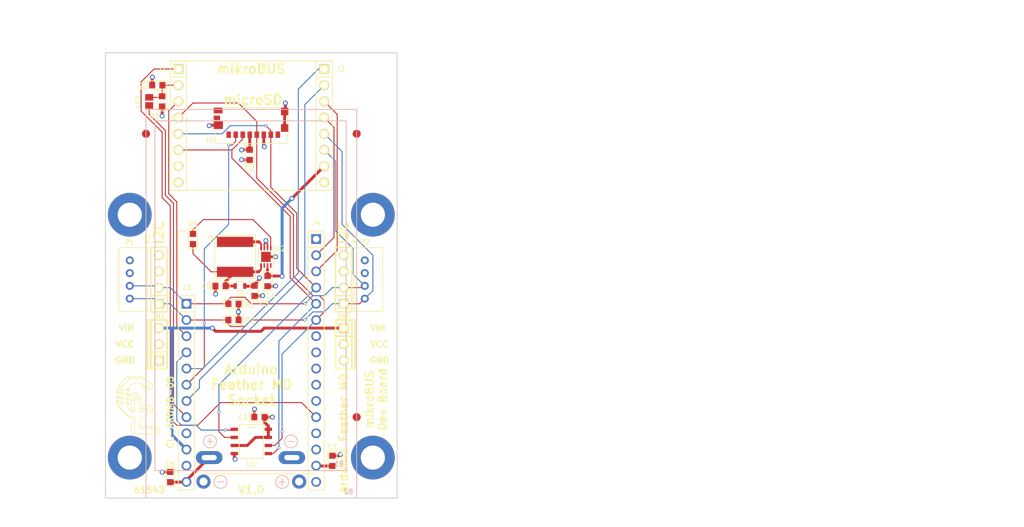
<source format=kicad_pcb>
(kicad_pcb (version 20171130) (host pcbnew "(5.1.5)-3")
  (title_block (title "Arduino Feather M0 mikroBUS Develepment Board") (date 2020-02-01) (rev 1.0) (company "Casco Logix, LLC"))
  (layers (0 F.Cu signal) (1 Power.Cu power) (2 Ground.Cu power) (31 B.Cu signal) (34 B.Paste user) (35 F.Paste user) (36 B.SilkS user) (37 F.SilkS user) (38 B.Mask user) (39 F.Mask user) (44 Edge.Cuts user))
  (net 0 "")
  (net 1 GND)
  (net 2 MOSI)
  (net 3 SCK)
  (net 4 MISO)
  (net 5 D5)
  (net 6 A0)
  (net 7 SDA)
  (net 8 5.0V)
  (net 9 SCL)
  (net 10 RXD)
  (net 11 TXD)
  (net 12 D10)
  (net 13 VIN)
  (net 14 VBAT)
  (net 15 +3V3)
  (net 16 "Net-(J1-Pad2)")
  (net 17 D9)
  (net 18 D6)
  (net 19 D12)
  (net 20 D13)
  (net 21 D11)
  (net 22 "Net-(J3-Pad11)")
  (net 23 RESET)
  (net 24 AREF)
  (net 25 "Net-(J5-Pad1)")
  (net 26 "Net-(J5-Pad8)")
  (net 27 "Net-(J5-Pad12)")
  (net 28 "Net-(J5-Pad13)")
  (net 29 "Net-(M1-Pad~)")
  (net 30 "Net-(M2-Pad~)")
  (net 31 "Net-(M3-Pad~)")
  (net 32 "Net-(R5-Pad1)")
  (net 33 "Net-(U2-Pad6)")
  (net 34 "Net-(U2-Pad8)")
  (net 35 A4)
  (net 36 A3)
  (net 37 A5)
  (net 38 A2)
  (net 39 A1)
  (net 40 /DIO_VIN)
  (net 41 /DIO_SW)
  (module Battery:BC9VPC (layer B.Cu) (at 79.883 95.25 90)
    (fp_text reference B1 (at -1.016 13.843 180) (layer B.SilkS) (effects (font (size 0.762 0.762) (thickness 0.127)) (justify mirror)))
    (fp_text value 9V)
    (pad 1 thru_hole oval (at 0 -6.477 90) (size 2.032 4.1656) (drill oval 0.8255 2.38125) (layers *.Cu *.Mask) (net 14 VBAT))
    (pad 2 thru_hole oval (at 0 6.477 90) (size 2.032 4.1656) (drill oval 0.8255 2.38125) (layers *.Cu *.Mask) (net 1 GND))
  )
  (module Battery:Keystone_2462_2AA (layer B.Cu) (at 80.01 71.12 270)
    (fp_text reference B2 (at 29.464 -15.24) (layer B.SilkS) (effects (font (size 0.762 0.762) (thickness 0.127)) (justify mirror)))
    (fp_text value 2xAA)
    (pad 1 thru_hole circle (at 27.8892 -7.493 270) (size 2.2225 2.2225) (drill 1.27) (layers *.Cu *.Mask) (net 15 +3V3))
    (pad 2 thru_hole circle (at 27.8892 7.493 270) (size 2.2225 2.2225) (drill 1.27) (layers *.Cu *.Mask) (net 1 GND))
  )
  (module Passive:0603 (layer F.Cu) (at 67.31 98.298 90)
    (fp_text reference C6 (at 2.07 0 180) (layer F.SilkS) (effects (font (size 0.762 0.762) (thickness 0.127))))
    (fp_text value 10uF)
    (pad 2 smd rect (at 0.8 0 90) (size 0.95 1) (layers F.Cu F.Paste F.Mask) (net 1 GND))
    (pad 1 smd rect (at -0.8 0 90) (size 0.95 1) (layers F.Cu F.Paste F.Mask) (net 14 VBAT))
  )
  (module Header:HEADER_F_2.54MM_1R16P_ST_AU_PTH (layer F.Cu) (at 90.17 80.01 270)
    (fp_text reference J4 (at -21.59 0) (layer F.SilkS) (effects (font (size 0.762 0.762) (thickness 0.127))))
    (fp_text value Val**)
    (pad 15 thru_hole circle (at 16.51 0 270) (size 1.524 1.524) (drill 1.016) (layers *.Cu *.Mask) (net 15 +3V3))
    (pad 16 thru_hole circle (at 19.05 0 270) (size 1.524 1.524) (drill 1.016) (layers *.Cu *.Mask) (net 23 RESET))
    (pad 1 thru_hole rect (at -19.05 0 270) (size 1.524 1.524) (drill 1.016) (layers *.Cu *.Mask) (net 1 GND))
    (pad 2 thru_hole circle (at -16.51 0 270) (size 1.524 1.524) (drill 1.016) (layers *.Cu *.Mask) (net 11 TXD))
    (pad 3 thru_hole circle (at -13.97 0 270) (size 1.524 1.524) (drill 1.016) (layers *.Cu *.Mask) (net 10 RXD))
    (pad 5 thru_hole circle (at -8.89 0 270) (size 1.524 1.524) (drill 1.016) (layers *.Cu *.Mask) (net 2 MOSI))
    (pad 4 thru_hole circle (at -11.43 0 270) (size 1.524 1.524) (drill 1.016) (layers *.Cu *.Mask) (net 4 MISO))
    (pad 8 thru_hole circle (at -1.27 0 270) (size 1.524 1.524) (drill 1.016) (layers *.Cu *.Mask) (net 35 A4))
    (pad 9 thru_hole circle (at 1.27 0 270) (size 1.524 1.524) (drill 1.016) (layers *.Cu *.Mask) (net 36 A3))
    (pad 7 thru_hole circle (at -3.81 0 270) (size 1.524 1.524) (drill 1.016) (layers *.Cu *.Mask) (net 37 A5))
    (pad 6 thru_hole circle (at -6.35 0 270) (size 1.524 1.524) (drill 1.016) (layers *.Cu *.Mask) (net 3 SCK))
    (pad 10 thru_hole circle (at 3.81 0 270) (size 1.524 1.524) (drill 1.016) (layers *.Cu *.Mask) (net 38 A2))
    (pad 12 thru_hole circle (at 8.89 0 270) (size 1.524 1.524) (drill 1.016) (layers *.Cu *.Mask) (net 6 A0))
    (pad 11 thru_hole circle (at 6.35 0 270) (size 1.524 1.524) (drill 1.016) (layers *.Cu *.Mask) (net 39 A1))
    (pad 13 thru_hole circle (at 11.43 0 270) (size 1.524 1.524) (drill 1.016) (layers *.Cu *.Mask) (net 1 GND))
    (pad 14 thru_hole circle (at 13.97 0 270) (size 1.524 1.524) (drill 1.016) (layers *.Cu *.Mask) (net 24 AREF))
  )
  (module Passive:0603 (layer F.Cu) (at 75.184 68.326 180)
    (fp_text reference C5 (at 2.286 0) (layer F.SilkS) (effects (font (size 0.762 0.762) (thickness 0.127))))
    (fp_text value 10uF)
    (pad 2 smd rect (at 0.8 0 180) (size 0.95 1) (layers F.Cu F.Paste F.Mask) (net 1 GND))
    (pad 1 smd rect (at -0.8 0 180) (size 0.95 1) (layers F.Cu F.Paste F.Mask) (net 40 /DIO_VIN))
  )
  (module Header:HEADER_F_2.54MM_1R12P_ST_AU_PTH (layer F.Cu) (at 69.85 85.09 270)
    (fp_text reference J3 (at -16.51 0) (layer F.SilkS) (effects (font (size 0.762 0.762) (thickness 0.127))))
    (fp_text value HEADER_F_2.54MM_1R12P_ST_AU_PTH)
    (pad 1 thru_hole rect (at -13.97 0 270) (size 1.524 1.524) (drill 1.016) (layers *.Cu *.Mask) (net 7 SDA))
    (pad 2 thru_hole circle (at -11.43 0 270) (size 1.524 1.524) (drill 1.016) (layers *.Cu *.Mask) (net 9 SCL))
    (pad 3 thru_hole circle (at -8.89 0 270) (size 1.524 1.524) (drill 1.016) (layers *.Cu *.Mask) (net 5 D5))
    (pad 5 thru_hole circle (at -3.81 0 270) (size 1.524 1.524) (drill 1.016) (layers *.Cu *.Mask) (net 17 D9))
    (pad 4 thru_hole circle (at -6.35 0 270) (size 1.524 1.524) (drill 1.016) (layers *.Cu *.Mask) (net 18 D6))
    (pad 8 thru_hole circle (at 3.81 0 270) (size 1.524 1.524) (drill 1.016) (layers *.Cu *.Mask) (net 19 D12))
    (pad 9 thru_hole circle (at 6.35 0 270) (size 1.524 1.524) (drill 1.016) (layers *.Cu *.Mask) (net 20 D13))
    (pad 7 thru_hole circle (at 1.27 0 270) (size 1.524 1.524) (drill 1.016) (layers *.Cu *.Mask) (net 21 D11))
    (pad 6 thru_hole circle (at -1.27 0 270) (size 1.524 1.524) (drill 1.016) (layers *.Cu *.Mask) (net 12 D10))
    (pad 10 thru_hole circle (at 8.89 0 270) (size 1.524 1.524) (drill 1.016) (layers *.Cu *.Mask) (net 13 VIN))
    (pad 12 thru_hole circle (at 13.97 0 270) (size 1.524 1.524) (drill 1.016) (layers *.Cu *.Mask) (net 14 VBAT))
    (pad 11 thru_hole circle (at 11.43 0 270) (size 1.524 1.524) (drill 1.016) (layers *.Cu *.Mask) (net 22 "Net-(J3-Pad11)"))
  )
  (module Active:SO-8 (layer F.Cu) (at 80.01 92.71)
    (fp_text reference U1 (at 0 3.556) (layer F.SilkS) (effects (font (size 0.762 0.762) (thickness 0.127))))
    (fp_text value FL127 hide)
    (pad 8 smd rect (at 2.667 -1.905 270) (size 0.508 1.143) (layers F.Cu F.Paste F.Mask) (net 15 +3V3))
    (pad 1 smd rect (at -2.667 -1.905 270) (size 0.508 1.143) (layers F.Cu F.Paste F.Mask) (net 18 D6))
    (pad 7 smd rect (at 2.667 -0.635 270) (size 0.508 1.143) (layers F.Cu F.Paste F.Mask) (net 15 +3V3))
    (pad 6 smd rect (at 2.667 0.635 270) (size 0.508 1.143) (layers F.Cu F.Paste F.Mask) (net 3 SCK))
    (pad 5 smd rect (at 2.667 1.905 270) (size 0.508 1.143) (layers F.Cu F.Paste F.Mask) (net 2 MOSI))
    (pad 2 smd rect (at -2.667 -0.635 270) (size 0.508 1.143) (layers F.Cu F.Paste F.Mask) (net 4 MISO))
    (pad 3 smd rect (at -2.667 0.635 270) (size 0.508 1.143) (layers F.Cu F.Paste F.Mask) (net 15 +3V3))
    (pad 4 smd rect (at -2.667 1.905 270) (size 0.508 1.143) (layers F.Cu F.Paste F.Mask) (net 1 GND))
  )
  (module Terminal_Block:TB_100MIL_1R3P_PTH (layer F.Cu) (at 94.488 77.47 270)
    (fp_text reference TB2 (at -4.318 0 180) (layer F.SilkS) (effects (font (size 0.762 0.762) (thickness 0.127))))
    (fp_text value OSTVN_1x3 hide)
    (pad 1 thru_hole rect (at -2.54 0 270) (size 1.524 1.524) (drill 1.016) (layers *.Cu *.Mask F.SilkS) (net 13 VIN))
    (pad 2 thru_hole circle (at 0 0 270) (size 1.524 1.524) (drill 1.016) (layers *.Cu *.Mask F.SilkS) (net 15 +3V3))
    (pad 3 thru_hole circle (at 2.54 0 270) (size 1.524 1.524) (drill 1.016) (layers *.Cu *.Mask F.SilkS) (net 1 GND))
  )
  (module Header:HEADER_M_2.54MM_1R4P_ST_AU_PTH (layer F.Cu) (at 94.488 67.31 90)
    (fp_text reference P4 (at 6.35 1.778 90) (layer F.SilkS) (effects (font (size 0.762 0.762) (thickness 0.127))))
    (fp_text value HEADER_M_2.54MM_1R4P_ST_AU_PTH hide)
    (pad 4 thru_hole circle (at 3.81 0 90) (size 1.524 1.524) (drill 1.016) (layers *.Cu *.Mask F.SilkS) (net 1 GND))
    (pad 3 thru_hole circle (at 1.27 0 90) (size 1.524 1.524) (drill 1.016) (layers *.Cu *.Mask F.SilkS) (net 15 +3V3))
    (pad 2 thru_hole circle (at -1.27 0 90) (size 1.524 1.524) (drill 1.016) (layers *.Cu *.Mask F.SilkS) (net 7 SDA))
    (pad 1 thru_hole rect (at -3.81 0 90) (size 1.524 1.524) (drill 1.016) (layers *.Cu *.Mask F.SilkS) (net 9 SCL))
  )
  (module Connector:PH_2.0_PTH (layer F.Cu) (at 97.79 67.31 90)
    (fp_text reference P2 (at 5.842 0 180) (layer F.SilkS) (effects (font (size 0.762 0.762) (thickness 0.127))))
    (fp_text value HEADER_M_2.54MM_1R4P_ST_AU_PTH hide)
    (pad 3 thru_hole circle (at 1 0 90) (size 1.25 1.25) (drill 0.7) (layers *.Cu *.Mask) (net 15 +3V3))
    (pad 2 thru_hole circle (at -1 0 90) (size 1.25 1.25) (drill 0.7) (layers *.Cu *.Mask) (net 7 SDA))
    (pad 1 thru_hole circle (at -3 0 90) (size 1.25 1.25) (drill 0.7) (layers *.Cu *.Mask) (net 9 SCL))
    (pad 4 thru_hole circle (at 3 0 90) (size 1.25 1.25) (drill 0.7) (layers *.Cu *.Mask) (net 1 GND))
  )
  (module Header:HEADER_F_2.54MM_1R8P_ST_AU_PTH (layer F.Cu) (at 91.44 43.18 270)
    (fp_text reference J2 (at -8.89 -2.54) (layer F.SilkS) (effects (font (size 0.762 0.762) (thickness 0.127))))
    (fp_text value HEADER_F_2.54MM_1R8P_ST_AU_PTH hide)
    (pad 6 thru_hole circle (at 3.81 0 270) (size 1.524 1.524) (drill 1.016) (layers *.Cu *.Mask F.SilkS) (net 7 SDA))
    (pad 7 thru_hole circle (at 6.35 0 270) (size 1.524 1.524) (drill 1.016) (layers *.Cu *.Mask F.SilkS) (net 8 5.0V))
    (pad 8 thru_hole circle (at 8.89 0 270) (size 1.524 1.524) (drill 1.016) (layers *.Cu *.Mask F.SilkS) (net 1 GND))
    (pad 4 thru_hole circle (at -1.27 0 270) (size 1.524 1.524) (drill 1.016) (layers *.Cu *.Mask F.SilkS) (net 11 TXD))
    (pad 5 thru_hole circle (at 1.27 0 270) (size 1.524 1.524) (drill 1.016) (layers *.Cu *.Mask F.SilkS) (net 9 SCL))
    (pad 3 thru_hole circle (at -3.81 0 270) (size 1.524 1.524) (drill 1.016) (layers *.Cu *.Mask F.SilkS) (net 10 RXD))
    (pad 2 thru_hole circle (at -6.35 0 270) (size 1.524 1.524) (drill 1.016) (layers *.Cu *.Mask F.SilkS) (net 21 D11))
    (pad 1 thru_hole rect (at -8.89 0 270) (size 1.524 1.524) (drill 1.016) (layers *.Cu *.Mask F.SilkS) (net 17 D9))
  )
  (module Header:HEADER_F_2.54MM_1R8P_ST_AU_PTH (layer F.Cu) (at 68.58 43.18 270)
    (fp_text reference J1 (at -8.89 2.54) (layer F.SilkS) (effects (font (size 0.762 0.762) (thickness 0.127))))
    (fp_text value HEADER_F_2.54MM_1R8P_ST_AU_PTH hide)
    (pad 6 thru_hole circle (at 3.81 0 270) (size 1.524 1.524) (drill 1.016) (layers *.Cu *.Mask F.SilkS) (net 2 MOSI))
    (pad 7 thru_hole circle (at 6.35 0 270) (size 1.524 1.524) (drill 1.016) (layers *.Cu *.Mask F.SilkS) (net 15 +3V3))
    (pad 8 thru_hole circle (at 8.89 0 270) (size 1.524 1.524) (drill 1.016) (layers *.Cu *.Mask F.SilkS) (net 1 GND))
    (pad 4 thru_hole circle (at -1.27 0 270) (size 1.524 1.524) (drill 1.016) (layers *.Cu *.Mask F.SilkS) (net 3 SCK))
    (pad 5 thru_hole circle (at 1.27 0 270) (size 1.524 1.524) (drill 1.016) (layers *.Cu *.Mask F.SilkS) (net 4 MISO))
    (pad 3 thru_hole circle (at -3.81 0 270) (size 1.524 1.524) (drill 1.016) (layers *.Cu *.Mask F.SilkS) (net 5 D5))
    (pad 2 thru_hole circle (at -6.35 0 270) (size 1.524 1.524) (drill 1.016) (layers *.Cu *.Mask F.SilkS) (net 16 "Net-(J1-Pad2)"))
    (pad 1 thru_hole rect (at -8.89 0 270) (size 1.524 1.524) (drill 1.016) (layers *.Cu *.Mask F.SilkS) (net 6 A0))
  )
  (module Terminal_Block:TB_100MIL_1R3P_PTH (layer F.Cu) (at 65.532 77.47 90)
    (fp_text reference TB1 (at 4.318 0) (layer F.SilkS) (effects (font (size 0.762 0.762) (thickness 0.127))))
    (fp_text value OSTVN_1x3 hide)
    (pad 1 thru_hole rect (at -2.54 0 90) (size 1.524 1.524) (drill 1.016) (layers *.Cu *.Mask F.SilkS) (net 1 GND))
    (pad 2 thru_hole circle (at 0 0 90) (size 1.524 1.524) (drill 1.016) (layers *.Cu *.Mask F.SilkS) (net 15 +3V3))
    (pad 3 thru_hole circle (at 2.54 0 90) (size 1.524 1.524) (drill 1.016) (layers *.Cu *.Mask F.SilkS) (net 13 VIN))
  )
  (module Connector:Molex_0475710001 (layer F.Cu) (at 80.01 43.18 180)
    (fp_text reference J5 (at 6.604 -2.286 180) (layer F.SilkS) (effects (font (size 0.762 0.762) (thickness 0.127))))
    (fp_text value Molex_0475710001 hide)
    (pad 1 smd rect (at 3.55 -1.415 180) (size 0.7 1) (layers F.Cu F.Paste F.Mask) (net 25 "Net-(J5-Pad1)"))
    (pad 2 smd rect (at 2.45 -1.415 180) (size 0.7 1) (layers F.Cu F.Paste F.Mask) (net 12 D10))
    (pad 3 smd rect (at 1.35 -1.415 180) (size 0.7 1) (layers F.Cu F.Paste F.Mask) (net 2 MOSI))
    (pad 4 smd rect (at 0.25 -1.415 180) (size 0.7 1) (layers F.Cu F.Paste F.Mask) (net 15 +3V3))
    (pad 5 smd rect (at -0.85 -1.415 180) (size 0.7 1) (layers F.Cu F.Paste F.Mask) (net 3 SCK))
    (pad 6 smd rect (at -1.95 -1.415 180) (size 0.7 1) (layers F.Cu F.Paste F.Mask) (net 1 GND))
    (pad 7 smd rect (at -3.05 -1.415 180) (size 0.7 1) (layers F.Cu F.Paste F.Mask) (net 4 MISO))
    (pad 8 smd rect (at -4.15 -1.415 180) (size 0.7 1) (layers F.Cu F.Paste F.Mask) (net 26 "Net-(J5-Pad8)"))
    (pad 9 smd rect (at -5.225 -0.365 180) (size 1.15 1.2) (layers F.Cu F.Paste F.Mask) (net 1 GND))
    (pad 10 smd rect (at -5.225 2.225 180) (size 1.15 1.2) (layers F.Cu F.Paste F.Mask) (net 1 GND))
    (pad 11 smd rect (at 5.175 0.075 180) (size 1.45 1.2) (layers F.Cu F.Paste F.Mask) (net 1 GND))
    (pad 12 smd rect (at 5.4 1.225 180) (size 1 0.7) (layers F.Cu F.Paste F.Mask) (net 27 "Net-(J5-Pad12)"))
    (pad 13 smd rect (at 5.2 2.375 180) (size 1.4 0.9) (layers F.Cu F.Paste F.Mask) (net 28 "Net-(J5-Pad13)"))
  )
  (module Header:HEADER_M_2.54MM_1R4P_ST_AU_PTH (layer F.Cu) (at 65.532 67.31 90)
    (fp_text reference P3 (at 6.35 -1.778 270) (layer F.SilkS) (effects (font (size 0.762 0.762) (thickness 0.127))))
    (fp_text value HEADER_M_2.54MM_1R4P_ST_AU_PTH hide)
    (pad 4 thru_hole circle (at 3.81 0 90) (size 1.524 1.524) (drill 1.016) (layers *.Cu *.Mask F.SilkS) (net 1 GND))
    (pad 3 thru_hole circle (at 1.27 0 90) (size 1.524 1.524) (drill 1.016) (layers *.Cu *.Mask F.SilkS) (net 15 +3V3))
    (pad 2 thru_hole circle (at -1.27 0 90) (size 1.524 1.524) (drill 1.016) (layers *.Cu *.Mask F.SilkS) (net 7 SDA))
    (pad 1 thru_hole rect (at -3.81 0 90) (size 1.524 1.524) (drill 1.016) (layers *.Cu *.Mask F.SilkS) (net 9 SCL))
  )
  (module Connector:PH_2.0_PTH (layer F.Cu) (at 60.96 67.31 90)
    (fp_text reference P1 (at 5.842 0 180) (layer F.SilkS) (effects (font (size 0.762 0.762) (thickness 0.127))))
    (fp_text value HEADER_M_2.54MM_1R4P_ST_AU_PTH hide)
    (pad 3 thru_hole circle (at 1 0 90) (size 1.25 1.25) (drill 0.7) (layers *.Cu *.Mask) (net 15 +3V3))
    (pad 2 thru_hole circle (at -1 0 90) (size 1.25 1.25) (drill 0.7) (layers *.Cu *.Mask) (net 7 SDA))
    (pad 1 thru_hole circle (at -3 0 90) (size 1.25 1.25) (drill 0.7) (layers *.Cu *.Mask) (net 9 SCL))
    (pad 4 thru_hole circle (at 3 0 90) (size 1.25 1.25) (drill 0.7) (layers *.Cu *.Mask) (net 1 GND))
  )
  (module Passive:0603 (layer F.Cu) (at 81.28 88.9 180)
    (fp_text reference C1 (at 2.54 0 180) (layer F.SilkS) (effects (font (size 0.762 0.762) (thickness 0.127))))
    (fp_text value 0.1uF)
    (pad 1 smd rect (at -0.8 0 180) (size 0.95 1) (layers F.Cu F.Paste F.Mask) (net 15 +3V3))
    (pad 2 smd rect (at 0.8 0 180) (size 0.95 1) (layers F.Cu F.Paste F.Mask) (net 1 GND))
  )
  (module Passive:0603 (layer F.Cu) (at 80.518 69.088 270)
    (fp_text reference C3 (at 2.032 -1.524) (layer F.SilkS) (effects (font (size 0.762 0.762) (thickness 0.127))))
    (fp_text value 0.1uF)
    (pad 1 smd rect (at -0.8 0 270) (size 0.95 1) (layers F.Cu F.Paste F.Mask) (net 15 +3V3))
    (pad 2 smd rect (at 0.8 0 270) (size 0.95 1) (layers F.Cu F.Paste F.Mask) (net 1 GND))
  )
  (module Passive:SOLDER_LINK_NO (layer F.Cu) (at 64.008 39.37 180)
    (fp_text reference LK1 (at 1.778 0 90) (layer F.SilkS) (effects (font (size 0.762 0.762) (thickness 0.127))))
    (fp_text value SOLDER_LINK_NO)
    (pad 1 smd rect (at 0 -0.635 180) (size 1.27 1.016) (layers F.Cu F.Mask) (net 19 D12))
    (pad 2 smd rect (at 0 0.635 180) (size 1.27 1.016) (layers F.Cu F.Mask) (net 16 "Net-(J1-Pad2)"))
  )
  (module Passive:R0603 (layer F.Cu) (at 77.216 71.12 180)
    (fp_text reference R1 (at -2.54 -0.254 180) (layer F.SilkS) (effects (font (size 0.762 0.762) (thickness 0.127))))
    (fp_text value 4.7k)
    (pad 1 smd rect (at -0.8 0 180) (size 0.95 1) (layers F.Cu F.Paste F.Mask) (net 15 +3V3))
    (pad 2 smd rect (at 0.8 0 180) (size 0.95 1) (layers F.Cu F.Paste F.Mask) (net 7 SDA))
  )
  (module Passive:R0603 (layer F.Cu) (at 77.216 73.66 180)
    (fp_text reference R2 (at -2.54 0 180) (layer F.SilkS) (effects (font (size 0.762 0.762) (thickness 0.127))))
    (fp_text value 4.7k)
    (pad 1 smd rect (at -0.8 0 180) (size 0.95 1) (layers F.Cu F.Paste F.Mask) (net 15 +3V3))
    (pad 2 smd rect (at 0.8 0 180) (size 0.95 1) (layers F.Cu F.Paste F.Mask) (net 9 SCL))
  )
  (module Logo:Casco_Logix_Logo_7x7MM (layer F.Cu) (at 62.23 87.122)
    (fp_text reference G1 hide)
    (fp_text value Casco_Logix_Logo hide)
  )
  (module FIDUCIAL:FIDUCIAL (layer F.Cu) (at 96.52 88.9)
    (fp_text reference M1 hide)
    (fp_text value FID hide)
    (pad ~ smd circle (at 0 0 270) (size 1.27 1.27) (layers F.Cu F.Mask) (net 29 "Net-(M1-Pad~)") (clearance 0.635))
  )
  (module FIDUCIAL:FIDUCIAL (layer F.Cu) (at 96.52 44.45)
    (fp_text reference M2 hide)
    (fp_text value FID hide)
    (pad ~ smd circle (at 0 0 270) (size 1.27 1.27) (layers F.Cu F.Mask) (net 30 "Net-(M2-Pad~)") (clearance 0.635))
  )
  (module FIDUCIAL:FIDUCIAL (layer F.Cu) (at 63.5 44.45)
    (fp_text reference M3 hide)
    (fp_text value FID hide)
    (pad ~ smd circle (at 0 0 270) (size 1.27 1.27) (layers F.Cu F.Mask) (net 31 "Net-(M3-Pad~)") (clearance 0.635))
  )
  (module Fastener:MH_#6 (layer F.Cu) (at 60.96 57.15)
    (fp_text reference MH1 hide)
    (fp_text value MTG_HOLE)
    (pad ~ thru_hole circle (at 0 0) (size 6.858 6.858) (drill 3.7846) (layers *.Cu *.Mask) (net 1 GND))
  )
  (module Fastener:MH_#6 (layer F.Cu) (at 99.06 57.15)
    (fp_text reference MH2 hide)
    (fp_text value MTG_HOLE)
    (pad ~ thru_hole circle (at 0 0) (size 6.858 6.858) (drill 3.7846) (layers *.Cu *.Mask) (net 1 GND))
  )
  (module Fastener:MH_#6 (layer F.Cu) (at 60.96 95.25)
    (fp_text reference MH3 hide)
    (fp_text value MTG_HOLE)
    (pad ~ thru_hole circle (at 0 0) (size 6.858 6.858) (drill 3.7846) (layers *.Cu *.Mask) (net 1 GND))
  )
  (module Fastener:MH_#6 (layer F.Cu) (at 99.06 95.25)
    (fp_text reference MH4 hide)
    (fp_text value MTG_HOLE)
    (pad ~ thru_hole circle (at 0 0) (size 6.858 6.858) (drill 3.7846) (layers *.Cu *.Mask) (net 1 GND))
  )
  (module Passive:0603 (layer F.Cu) (at 79.756 47.752 270)
    (fp_text reference C2 (at 2.159 0) (layer F.SilkS) (effects (font (size 0.762 0.762) (thickness 0.127))))
    (fp_text value 0.1uF)
    (pad 1 smd rect (at -0.8 0 270) (size 0.95 1) (layers F.Cu F.Paste F.Mask) (net 15 +3V3))
    (pad 2 smd rect (at 0.8 0 270) (size 0.95 1) (layers F.Cu F.Paste F.Mask) (net 1 GND))
  )
  (module Passive:0603 (layer F.Cu) (at 82.55 67.564 270)
    (fp_text reference C4 (at 2.286 -0.508) (layer F.SilkS) (effects (font (size 0.762 0.762) (thickness 0.127))))
    (fp_text value 10uF)
    (pad 1 smd rect (at -0.8 0 270) (size 0.95 1) (layers F.Cu F.Paste F.Mask) (net 8 5.0V))
    (pad 2 smd rect (at 0.8 0 270) (size 0.95 1) (layers F.Cu F.Paste F.Mask) (net 1 GND))
  )
  (module Passive:0603 (layer F.Cu) (at 92.71 95.758 90)
    (fp_text reference C7 (at 2.159 0 180) (layer F.SilkS) (effects (font (size 0.762 0.762) (thickness 0.127))))
    (fp_text value 0.1uF)
    (pad 1 smd rect (at -0.8 0 90) (size 0.95 1) (layers F.Cu F.Paste F.Mask) (net 15 +3V3))
    (pad 2 smd rect (at 0.8 0 90) (size 0.95 1) (layers F.Cu F.Paste F.Mask) (net 1 GND))
  )
  (module Passive:L_0603 (layer F.Cu) (at 78.232 68.326 180)
    (fp_text reference L1 (at 0 -1.27) (layer F.SilkS) (effects (font (size 0.762 0.762) (thickness 0.127))))
    (fp_text value F_Bead)
    (pad 1 smd rect (at -0.75 0 180) (size 0.5 0.9) (layers F.Cu F.Paste F.Mask) (net 15 +3V3))
    (pad 2 smd rect (at 0.75 0 180) (size 0.5 0.9) (layers F.Cu F.Paste F.Mask) (net 40 /DIO_VIN))
  )
  (module Passive:DG6050C (layer F.Cu) (at 77.47 63.754 90)
    (fp_text reference L2 (at 2.794 -3.81 270) (layer F.SilkS) (effects (font (size 0.762 0.762) (thickness 0.127))))
    (fp_text value 4.7uH)
    (pad 1 smd rect (at -2.35 0 90) (size 1.6 5.7) (layers F.Cu F.Paste F.Mask) (net 40 /DIO_VIN))
    (pad 2 smd rect (at 2.35 0 90) (size 1.6 5.7) (layers F.Cu F.Paste F.Mask) (net 41 /DIO_SW))
  )
  (module Passive:R0603 (layer F.Cu) (at 66.04 39.37 90)
    (fp_text reference R3 (at -2.286 -1.27 180) (layer F.SilkS) (effects (font (size 0.762 0.762) (thickness 0.127))))
    (fp_text value DNP)
    (pad 2 smd rect (at 0.8 0 90) (size 0.95 1) (layers F.Cu F.Paste F.Mask) (net 16 "Net-(J1-Pad2)"))
    (pad 1 smd rect (at -0.8 0 90) (size 0.95 1) (layers F.Cu F.Paste F.Mask) (net 15 +3V3))
  )
  (module Passive:R0603 (layer F.Cu) (at 65.278 36.83 180)
    (fp_text reference R4 (at 2.159 0 270) (layer F.SilkS) (effects (font (size 0.762 0.762) (thickness 0.127))))
    (fp_text value DNP)
    (pad 1 smd rect (at -0.8 0 180) (size 0.95 1) (layers F.Cu F.Paste F.Mask) (net 16 "Net-(J1-Pad2)"))
    (pad 2 smd rect (at 0.8 0 180) (size 0.95 1) (layers F.Cu F.Paste F.Mask) (net 1 GND))
  )
  (module Passive:R0603 (layer F.Cu) (at 70.866 60.96 270)
    (fp_text reference R5 (at -2.286 0) (layer F.SilkS) (effects (font (size 0.762 0.762) (thickness 0.127))))
    (fp_text value 4.7k)
    (pad 1 smd rect (at -0.8 0 270) (size 0.95 1) (layers F.Cu F.Paste F.Mask) (net 32 "Net-(R5-Pad1)"))
    (pad 2 smd rect (at 0.8 0 270) (size 0.95 1) (layers F.Cu F.Paste F.Mask) (net 40 /DIO_VIN))
  )
  (module Active:DFN2-3-8 (layer F.Cu) (at 82.296 63.754 180)
    (fp_text reference U2 (at -2.286 1.27 180) (layer F.SilkS) (effects (font (size 0.762 0.762) (thickness 0.127))))
    (fp_text value DIO6605B)
    (pad 1 smd rect (at -0.75 1.35 180) (size 0.25 0.7) (layers F.Cu F.Paste F.Mask) (net 32 "Net-(R5-Pad1)"))
    (pad 2 smd rect (at -0.25 1.35 180) (size 0.25 0.7) (layers F.Cu F.Paste F.Mask) (net 1 GND))
    (pad 3 smd rect (at 0.25 1.35 180) (size 0.25 0.7) (layers F.Cu F.Paste F.Mask) (net 1 GND))
    (pad 4 smd rect (at 0.75 1.35 180) (size 0.25 0.7) (layers F.Cu F.Paste F.Mask) (net 41 /DIO_SW))
    (pad 5 smd rect (at 0.75 -1.35 180) (size 0.25 0.7) (layers F.Cu F.Paste F.Mask) (net 40 /DIO_VIN))
    (pad 6 smd rect (at 0.25 -1.35 180) (size 0.25 0.7) (layers F.Cu F.Paste F.Mask) (net 33 "Net-(U2-Pad6)"))
    (pad 7 smd rect (at -0.25 -1.35 180) (size 0.25 0.7) (layers F.Cu F.Paste F.Mask) (net 8 5.0V))
    (pad 8 smd rect (at -0.75 -1.35 180) (size 0.25 0.7) (layers F.Cu F.Paste F.Mask) (net 34 "Net-(U2-Pad8)"))
    (pad 9 smd rect (at 0 0 180) (size 1.5 1.6) (layers F.Cu F.Paste F.Mask) (net 1 GND))
  )
  (gr_line (start 68.58 59.69) (end 69.85 59.69) (layer F.SilkS) (width 0.15))
  (gr_line (start 68.58 68.58) (end 68.58 59.69) (layer F.SilkS) (width 0.15))
  (gr_text CL-ARDMB-05 (at 67.31 88.138 90) (layer F.SilkS) (effects (font (size 1.016 1.016) (thickness 0.2032))))
  (gr_text "Arduino Feather M0\n\n           mikroBUS\n           Dev Board" (at 97.536 91.44 90) (layer F.SilkS) (effects (font (size 1.27 1.27) (thickness 0.254))))
  (gr_line (start 67.31 53.34) (end 92.71 53.34) (angle 90) (layer F.SilkS) (width 0.127))
  (gr_text 61543 (at 64.008 100.33) (layer F.SilkS) (effects (font (size 1.016 1.016) (thickness 0.2032))))
  (gr_text V1.0 (at 80.01 100.33) (layer F.SilkS) (effects (font (size 1.27 1.27) (thickness 0.254))))
  (gr_text microSD (at 80.264 39.116) (layer F.SilkS) (effects (font (size 1.5 1.5) (thickness 0.3))))
  (gr_text VIN (at 99.822 74.93) (layer F.SilkS) (effects (font (size 1.016 1.016) (thickness 0.2032))))
  (gr_text VCC (at 100.076 77.47) (layer F.SilkS) (effects (font (size 1.016 1.016) (thickness 0.2032))))
  (gr_text GND (at 100.076 80.01) (layer F.SilkS) (effects (font (size 1.016 1.016) (thickness 0.2032))))
  (gr_text GND (at 60.198 80.01) (layer F.SilkS) (effects (font (size 1.016 1.016) (thickness 0.2032))))
  (gr_text VCC (at 60.198 77.47) (layer F.SilkS) (effects (font (size 1.016 1.016) (thickness 0.2032))))
  (gr_text VIN (at 60.452 74.93) (layer F.SilkS) (effects (font (size 1.016 1.016) (thickness 0.2032))))
  (gr_line (start 72.39 97.79) (end 90.17 97.79) (angle 90) (layer F.SilkS) (width 0.127))
  (gr_line (start 67.31 33.02) (end 92.71 33.02) (angle 90) (layer F.SilkS) (width 0.127))
  (gr_line (start 57.15 101.6) (end 102.87 101.6) (angle 90) (layer Edge.Cuts) (width 0.15))
  (gr_text I2C (at 65.532 59.944 90) (layer F.SilkS) (effects (font (size 1.5 1.5) (thickness 0.3))))
  (gr_text I2C (at 94.488 59.944 90) (layer F.SilkS) (effects (font (size 1.5 1.5) (thickness 0.3))))
  (gr_line (start 102.87 31.75) (end 102.87 101.6) (angle 90) (layer Edge.Cuts) (width 0.15))
  (gr_line (start 57.15 31.75) (end 102.87 31.75) (angle 90) (layer Edge.Cuts) (width 0.15))
  (gr_line (start 57.15 31.75) (end 57.15 101.6) (angle 90) (layer Edge.Cuts) (width 0.15))
  (gr_text "Arduino\nFeather M0\nSocket" (at 80.01 83.82) (layer F.SilkS) (effects (font (size 1.5 1.5) (thickness 0.3))))
  (gr_text mikroBUS (at 80.01 34.29) (layer F.SilkS) (effects (font (size 1.5 1.5) (thickness 0.3))))
  (segment (start 80.48 88.9) (end 80.48 87.668) (width 0.4572) (layer F.Cu) (net 1))
  (via (at 80.518 87.63) (size 0.762) (drill 0.4572) (layers F.Cu B.Cu) (net 1))
  (segment (start 80.48 87.668) (end 80.518 87.63) (width 0.4572) (layer F.Cu) (net 1))
  (segment (start 74.835 43.105) (end 73.481 43.105) (width 0.4572) (layer F.Cu) (net 1))
  (via (at 73.406 43.18) (size 0.762) (drill 0.4572) (layers F.Cu B.Cu) (net 1))
  (segment (start 73.481 43.105) (end 73.406 43.18) (width 0.4572) (layer F.Cu) (net 1))
  (segment (start 77.343 94.615) (end 77.343 95.377) (width 0.4572) (layer F.Cu) (net 1))
  (via (at 77.47 95.504) (size 0.762) (drill 0.4572) (layers F.Cu B.Cu) (net 1))
  (segment (start 77.343 95.377) (end 77.47 95.504) (width 0.4572) (layer F.Cu) (net 1))
  (segment (start 85.235 40.955) (end 85.344 40.846) (width 0.4572) (layer F.Cu) (net 1))
  (segment (start 85.344 40.846) (end 85.344 39.624) (width 0.4572) (layer F.Cu) (net 1))
  (via (at 85.344 39.624) (size 0.762) (drill 0.4572) (layers F.Cu B.Cu) (net 1))
  (segment (start 85.235 43.545) (end 85.235 40.955) (width 0.4572) (layer F.Cu) (net 1))
  (via (at 81.788 69.85) (size 0.762) (drill 0.4572) (layers F.Cu B.Cu) (net 1))
  (segment (start 80.518 69.888) (end 81.75 69.888) (width 0.4572) (layer F.Cu) (net 1))
  (segment (start 81.75 69.888) (end 81.788 69.85) (width 0.4572) (layer F.Cu) (net 1))
  (via (at 74.422 69.596) (size 0.762) (drill 0.4572) (layers F.Cu B.Cu) (net 1))
  (segment (start 74.384 68.326) (end 74.384 69.558) (width 0.4572) (layer F.Cu) (net 1))
  (segment (start 74.384 69.558) (end 74.422 69.596) (width 0.4572) (layer F.Cu) (net 1))
  (via (at 83.82 63.754) (size 0.762) (drill 0.4572) (layers F.Cu B.Cu) (net 1))
  (segment (start 82.296 63.754) (end 83.82 63.754) (width 0.4572) (layer F.Cu) (net 1))
  (via (at 83.82 68.326) (size 0.762) (drill 0.4572) (layers F.Cu B.Cu) (net 1))
  (segment (start 82.55 68.364) (end 83.782 68.364) (width 0.4572) (layer F.Cu) (net 1))
  (segment (start 83.782 68.364) (end 83.82 68.326) (width 0.4572) (layer F.Cu) (net 1))
  (segment (start 82.546 61.718) (end 82.296 61.468) (width 0.254) (layer F.Cu) (net 1))
  (segment (start 82.546 62.404) (end 82.546 61.718) (width 0.254) (layer F.Cu) (net 1))
  (segment (start 82.296 61.468) (end 82.042 61.722) (width 0.254) (layer F.Cu) (net 1))
  (segment (start 82.046 62.404) (end 82.042 61.722) (width 0.254) (layer F.Cu) (net 1))
  (segment (start 82.296 61.468) (end 82.296 61.214) (width 0.4572) (layer F.Cu) (net 1))
  (via (at 82.296 61.214) (size 0.762) (drill 0.4572) (layers F.Cu B.Cu) (net 1))
  (segment (start 64.478 35.598) (end 64.516 35.56) (width 0.4572) (layer F.Cu) (net 1))
  (segment (start 64.478 36.83) (end 64.478 35.598) (width 0.4572) (layer F.Cu) (net 1))
  (via (at 64.516 35.56) (size 0.762) (drill 0.4572) (layers F.Cu B.Cu) (net 1))
  (via (at 78.486 48.514) (size 0.762) (drill 0.4572) (layers F.Cu B.Cu) (net 1))
  (segment (start 79.756 48.552) (end 78.524 48.552) (width 0.4572) (layer F.Cu) (net 1))
  (segment (start 78.524 48.552) (end 78.486 48.514) (width 0.4572) (layer F.Cu) (net 1))
  (via (at 82.042 46.482) (size 0.762) (drill 0.4572) (layers F.Cu B.Cu) (net 1))
  (segment (start 81.96 44.595) (end 81.96 46.4) (width 0.4572) (layer F.Cu) (net 1))
  (segment (start 81.96 46.4) (end 82.042 46.482) (width 0.4572) (layer F.Cu) (net 1))
  (via (at 93.98 94.742) (size 0.762) (drill 0.4572) (layers F.Cu B.Cu) (net 1))
  (segment (start 92.71 94.958) (end 93.764 94.958) (width 0.4572) (layer F.Cu) (net 1))
  (segment (start 93.764 94.958) (end 93.98 94.742) (width 0.4572) (layer F.Cu) (net 1))
  (via (at 66.04 97.536) (size 0.762) (drill 0.4572) (layers F.Cu B.Cu) (net 1))
  (segment (start 67.31 97.498) (end 66.078 97.498) (width 0.4572) (layer F.Cu) (net 1))
  (segment (start 66.078 97.498) (end 66.04 97.536) (width 0.4572) (layer F.Cu) (net 1))
  (segment (start 71.628 46.99) (end 76.962 46.99) (width 0.1524) (layer F.Cu) (net 2))
  (segment (start 68.58 46.99) (end 71.628 46.99) (width 0.1524) (layer F.Cu) (net 2))
  (segment (start 78.66 45.292) (end 78.66 44.595) (width 0.1524) (layer F.Cu) (net 2))
  (segment (start 76.962 46.99) (end 78.66 45.292) (width 0.1524) (layer F.Cu) (net 2))
  (via (at 84.328 93.726) (size 0.4572) (drill 0.3048) (layers F.Cu B.Cu) (net 2))
  (segment (start 83.439 94.615) (end 82.677 94.615) (width 0.1524) (layer F.Cu) (net 2))
  (segment (start 84.328 93.726) (end 83.439 94.615) (width 0.1524) (layer F.Cu) (net 2))
  (segment (start 84.328 87.122) (end 84.328 93.726) (width 0.1524) (layer B.Cu) (net 2))
  (segment (start 84.328 76.962) (end 84.328 87.122) (width 0.1524) (layer B.Cu) (net 2))
  (segment (start 90.17 71.12) (end 84.328 76.962) (width 0.1524) (layer B.Cu) (net 2))
  (segment (start 86.106 67.056) (end 88.392 69.342) (width 0.1524) (layer F.Cu) (net 2))
  (segment (start 88.392 69.342) (end 90.17 71.12) (width 0.1524) (layer F.Cu) (net 2))
  (segment (start 86.106 57.404) (end 86.106 67.056) (width 0.1524) (layer F.Cu) (net 2))
  (segment (start 76.962 46.99) (end 76.962 48.26) (width 0.1524) (layer F.Cu) (net 2))
  (segment (start 76.962 48.26) (end 86.106 57.404) (width 0.1524) (layer F.Cu) (net 2))
  (segment (start 80.86 44.595) (end 80.86 42.506) (width 0.1524) (layer F.Cu) (net 3))
  (segment (start 80.86 42.506) (end 77.978 39.624) (width 0.1524) (layer F.Cu) (net 3))
  (segment (start 70.866 39.624) (end 68.58 41.91) (width 0.1524) (layer F.Cu) (net 3))
  (segment (start 77.978 39.624) (end 70.866 39.624) (width 0.1524) (layer F.Cu) (net 3))
  (via (at 84.836 91.186) (size 0.4572) (drill 0.3048) (layers F.Cu B.Cu) (net 3))
  (segment (start 84.836 91.186) (end 84.836 92.202) (width 0.1524) (layer F.Cu) (net 3))
  (segment (start 83.693 93.345) (end 82.677 93.345) (width 0.1524) (layer F.Cu) (net 3))
  (segment (start 84.836 92.202) (end 83.693 93.345) (width 0.1524) (layer F.Cu) (net 3))
  (segment (start 90.17 73.66) (end 84.836 78.994) (width 0.1524) (layer B.Cu) (net 3))
  (segment (start 84.836 78.994) (end 84.836 91.186) (width 0.1524) (layer B.Cu) (net 3))
  (segment (start 91.44 70.612) (end 91.44 72.39) (width 0.1524) (layer F.Cu) (net 3))
  (segment (start 90.678 69.85) (end 91.44 70.612) (width 0.1524) (layer F.Cu) (net 3))
  (segment (start 80.86 51.396) (end 86.614 57.15) (width 0.1524) (layer F.Cu) (net 3))
  (segment (start 86.614 57.15) (end 86.614 66.802) (width 0.1524) (layer F.Cu) (net 3))
  (segment (start 80.86 44.595) (end 80.86 51.396) (width 0.1524) (layer F.Cu) (net 3))
  (segment (start 91.44 72.39) (end 90.17 73.66) (width 0.1524) (layer F.Cu) (net 3))
  (segment (start 86.614 66.802) (end 89.662 69.85) (width 0.1524) (layer F.Cu) (net 3))
  (segment (start 89.662 69.85) (end 90.678 69.85) (width 0.1524) (layer F.Cu) (net 3))
  (segment (start 77.089 92.075) (end 77.343 92.075) (width 0.1524) (layer F.Cu) (net 4))
  (segment (start 77.343 92.075) (end 77.089 92.075) (width 0.1524) (layer F.Cu) (net 4))
  (segment (start 68.58 44.45) (end 75.438 44.45) (width 0.1524) (layer B.Cu) (net 4))
  (segment (start 83.06 43.944) (end 83.06 44.595) (width 0.1524) (layer F.Cu) (net 4))
  (segment (start 82.296 43.18) (end 83.06 43.944) (width 0.1524) (layer F.Cu) (net 4))
  (via (at 82.296 43.18) (size 0.4572) (drill 0.3048) (layers F.Cu B.Cu) (net 4))
  (segment (start 76.708 43.18) (end 82.296 43.18) (width 0.1524) (layer B.Cu) (net 4))
  (segment (start 75.438 44.45) (end 76.708 43.18) (width 0.1524) (layer B.Cu) (net 4))
  (segment (start 75.819 92.075) (end 77.343 92.075) (width 0.1524) (layer F.Cu) (net 4))
  (segment (start 75.819 92.075) (end 74.93 91.186) (width 0.1524) (layer F.Cu) (net 4))
  (via (at 74.93 88.138) (size 0.4572) (drill 0.3048) (layers F.Cu B.Cu) (net 4))
  (segment (start 74.93 88.138) (end 74.93 91.186) (width 0.1524) (layer F.Cu) (net 4))
  (segment (start 87.122 65.532) (end 90.17 68.58) (width 0.1524) (layer F.Cu) (net 4))
  (segment (start 83.06 44.595) (end 83.06 52.834) (width 0.1524) (layer F.Cu) (net 4))
  (segment (start 87.122 56.896) (end 87.122 65.532) (width 0.1524) (layer F.Cu) (net 4))
  (segment (start 83.06 52.834) (end 87.122 56.896) (width 0.1524) (layer F.Cu) (net 4))
  (segment (start 90.17 68.58) (end 74.93 83.82) (width 0.1524) (layer B.Cu) (net 4))
  (segment (start 74.93 83.82) (end 74.93 88.138) (width 0.1524) (layer B.Cu) (net 4))
  (segment (start 68.326 55.118) (end 68.326 74.676) (width 0.1524) (layer F.Cu) (net 5))
  (segment (start 67.056 53.848) (end 68.326 55.118) (width 0.1524) (layer F.Cu) (net 5))
  (segment (start 68.326 74.676) (end 69.85 76.2) (width 0.1524) (layer F.Cu) (net 5))
  (segment (start 68.58 39.37) (end 67.056 40.894) (width 0.1524) (layer F.Cu) (net 5))
  (segment (start 67.056 40.894) (end 67.056 53.848) (width 0.1524) (layer F.Cu) (net 5))
  (segment (start 87.884 86.614) (end 90.17 88.9) (width 0.1524) (layer F.Cu) (net 6))
  (segment (start 62.738 36.322) (end 62.738 40.894) (width 0.1524) (layer F.Cu) (net 6))
  (segment (start 71.628 90.17) (end 75.184 86.614) (width 0.1524) (layer F.Cu) (net 6))
  (segment (start 66.04 44.196) (end 66.04 54.483) (width 0.1524) (layer F.Cu) (net 6))
  (segment (start 68.58 34.29) (end 64.77 34.29) (width 0.1524) (layer F.Cu) (net 6))
  (segment (start 64.77 34.29) (end 62.738 36.322) (width 0.1524) (layer F.Cu) (net 6))
  (segment (start 62.738 40.894) (end 66.04 44.196) (width 0.1524) (layer F.Cu) (net 6))
  (segment (start 67.31 55.753) (end 67.31 89.154) (width 0.1524) (layer F.Cu) (net 6))
  (segment (start 67.31 89.154) (end 68.326 90.17) (width 0.1524) (layer F.Cu) (net 6))
  (segment (start 68.326 90.17) (end 71.628 90.17) (width 0.1524) (layer F.Cu) (net 6))
  (segment (start 66.04 54.483) (end 67.31 55.753) (width 0.1524) (layer F.Cu) (net 6))
  (segment (start 75.184 86.614) (end 87.884 86.614) (width 0.1524) (layer F.Cu) (net 6))
  (segment (start 65.262 68.31) (end 65.532 68.58) (width 0.1524) (layer B.Cu) (net 7))
  (segment (start 60.96 68.31) (end 65.262 68.31) (width 0.1524) (layer B.Cu) (net 7))
  (segment (start 97.52 68.58) (end 97.79 68.31) (width 0.1524) (layer F.Cu) (net 7))
  (segment (start 94.488 68.58) (end 97.52 68.58) (width 0.1524) (layer F.Cu) (net 7))
  (segment (start 96.012 62.484) (end 96.012 66.532) (width 0.1524) (layer B.Cu) (net 7))
  (segment (start 91.44 46.99) (end 93.218 48.768) (width 0.1524) (layer B.Cu) (net 7))
  (segment (start 93.218 48.768) (end 93.218 59.69) (width 0.1524) (layer B.Cu) (net 7))
  (segment (start 93.218 59.69) (end 96.012 62.484) (width 0.1524) (layer B.Cu) (net 7))
  (segment (start 96.012 66.532) (end 97.79 68.31) (width 0.1524) (layer B.Cu) (net 7))
  (segment (start 67.31 68.58) (end 69.85 71.12) (width 0.1524) (layer B.Cu) (net 7))
  (segment (start 65.532 68.58) (end 67.31 68.58) (width 0.1524) (layer B.Cu) (net 7))
  (segment (start 69.85 71.12) (end 76.416 71.12) (width 0.1524) (layer F.Cu) (net 7))
  (segment (start 94.488 68.58) (end 92.71 68.58) (width 0.1524) (layer B.Cu) (net 7))
  (segment (start 92.71 68.58) (end 91.44 69.85) (width 0.1524) (layer B.Cu) (net 7))
  (segment (start 91.44 69.85) (end 89.662 69.85) (width 0.1524) (layer B.Cu) (net 7))
  (via (at 88.392 71.12) (size 0.4572) (drill 0.3048) (layers F.Cu B.Cu) (net 7))
  (segment (start 89.662 69.85) (end 88.392 71.12) (width 0.1524) (layer B.Cu) (net 7))
  (segment (start 76.416 70.4676) (end 76.416 71.12) (width 0.1524) (layer F.Cu) (net 7))
  (segment (start 78.994 70.104) (end 76.7796 70.104) (width 0.1524) (layer F.Cu) (net 7))
  (segment (start 76.7796 70.104) (end 76.416 70.4676) (width 0.1524) (layer F.Cu) (net 7))
  (segment (start 88.392 71.12) (end 80.01 71.12) (width 0.1524) (layer F.Cu) (net 7))
  (segment (start 80.01 71.12) (end 78.994 70.104) (width 0.1524) (layer F.Cu) (net 7))
  (segment (start 88.138 52.832) (end 91.44 49.53) (width 0.4572) (layer F.Cu) (net 8))
  (segment (start 82.546 65.104) (end 82.546 65.782) (width 0.254) (layer F.Cu) (net 8))
  (segment (start 82.55 65.786) (end 82.55 66.764) (width 0.4572) (layer F.Cu) (net 8))
  (segment (start 82.546 65.782) (end 82.55 65.786) (width 0.4572) (layer F.Cu) (net 8))
  (via (at 86.36 54.61) (size 0.762) (drill 0.4572) (layers F.Cu B.Cu) (net 8))
  (segment (start 88.138 52.832) (end 86.36 54.61) (width 0.4572) (layer F.Cu) (net 8))
  (via (at 84.836 66.802) (size 0.762) (drill 0.4572) (layers F.Cu B.Cu) (net 8))
  (segment (start 83.604 66.764) (end 82.55 66.764) (width 0.4572) (layer F.Cu) (net 8))
  (segment (start 84.836 66.802) (end 84.798 66.764) (width 0.4572) (layer F.Cu) (net 8))
  (segment (start 84.798 66.764) (end 83.604 66.764) (width 0.4572) (layer F.Cu) (net 8))
  (segment (start 84.836 56.134) (end 86.36 54.61) (width 0.4572) (layer B.Cu) (net 8))
  (segment (start 84.836 66.802) (end 84.836 56.134) (width 0.4572) (layer B.Cu) (net 8))
  (segment (start 64.722 70.31) (end 65.532 71.12) (width 0.1524) (layer B.Cu) (net 9))
  (segment (start 60.96 70.31) (end 64.722 70.31) (width 0.1524) (layer B.Cu) (net 9))
  (segment (start 96.98 71.12) (end 94.488 71.12) (width 0.1524) (layer F.Cu) (net 9))
  (segment (start 97.79 70.31) (end 96.98 71.12) (width 0.1524) (layer F.Cu) (net 9))
  (segment (start 99.06 69.04) (end 97.79 70.31) (width 0.1524) (layer B.Cu) (net 9))
  (segment (start 91.44 44.45) (end 94.234 47.244) (width 0.1524) (layer B.Cu) (net 9))
  (segment (start 99.06 63.5) (end 99.06 69.04) (width 0.1524) (layer B.Cu) (net 9))
  (segment (start 94.234 58.674) (end 99.06 63.5) (width 0.1524) (layer B.Cu) (net 9))
  (segment (start 94.234 47.244) (end 94.234 58.674) (width 0.1524) (layer B.Cu) (net 9))
  (segment (start 76.416 73.66) (end 75.7886 73.66) (width 0.1524) (layer F.Cu) (net 9))
  (segment (start 67.31 71.12) (end 69.85 73.66) (width 0.1524) (layer B.Cu) (net 9))
  (segment (start 65.532 71.12) (end 67.31 71.12) (width 0.1524) (layer B.Cu) (net 9))
  (segment (start 69.85 73.66) (end 76.416 73.66) (width 0.1524) (layer F.Cu) (net 9))
  (segment (start 76.416 74.3124) (end 76.7796 74.676) (width 0.1524) (layer F.Cu) (net 9))
  (segment (start 76.416 73.66) (end 76.416 74.3124) (width 0.1524) (layer F.Cu) (net 9))
  (segment (start 80.01 73.66) (end 87.884 73.66) (width 0.1524) (layer F.Cu) (net 9))
  (segment (start 76.7796 74.676) (end 78.994 74.676) (width 0.1524) (layer F.Cu) (net 9))
  (segment (start 78.994 74.676) (end 80.01 73.66) (width 0.1524) (layer F.Cu) (net 9))
  (segment (start 94.488 71.12) (end 92.71 71.12) (width 0.1524) (layer B.Cu) (net 9))
  (segment (start 92.71 71.12) (end 91.44 72.39) (width 0.1524) (layer B.Cu) (net 9))
  (segment (start 91.44 72.39) (end 89.662 72.39) (width 0.1524) (layer B.Cu) (net 9))
  (segment (start 89.662 72.39) (end 88.392 73.66) (width 0.1524) (layer B.Cu) (net 9))
  (via (at 88.392 73.66) (size 0.4572) (drill 0.3048) (layers F.Cu B.Cu) (net 9))
  (segment (start 87.884 73.66) (end 88.392 73.66) (width 0.1524) (layer F.Cu) (net 9))
  (segment (start 93.472 62.738) (end 90.17 66.04) (width 0.1524) (layer F.Cu) (net 10))
  (segment (start 91.44 39.37) (end 93.472 41.402) (width 0.1524) (layer F.Cu) (net 10))
  (segment (start 93.472 41.402) (end 93.472 62.738) (width 0.1524) (layer F.Cu) (net 10))
  (segment (start 92.964 60.706) (end 90.17 63.5) (width 0.1524) (layer F.Cu) (net 11))
  (segment (start 91.44 41.91) (end 92.964 43.434) (width 0.1524) (layer F.Cu) (net 11))
  (segment (start 92.964 43.434) (end 92.964 60.706) (width 0.1524) (layer F.Cu) (net 11))
  (segment (start 77.56 44.595) (end 77.56 45.63) (width 0.1524) (layer F.Cu) (net 12))
  (segment (start 77.56 45.63) (end 76.962 46.228) (width 0.1524) (layer F.Cu) (net 12))
  (via (at 76.454 46.228) (size 0.4572) (drill 0.3048) (layers F.Cu B.Cu) (net 12))
  (segment (start 76.962 46.228) (end 76.454 46.228) (width 0.1524) (layer F.Cu) (net 12))
  (segment (start 69.85 83.82) (end 72.644 81.026) (width 0.1524) (layer F.Cu) (net 12))
  (via (at 72.644 74.168) (size 0.4572) (drill 0.3048) (layers F.Cu B.Cu) (net 12))
  (segment (start 72.644 81.026) (end 72.644 78.486) (width 0.1524) (layer F.Cu) (net 12))
  (segment (start 72.644 62.484) (end 72.644 74.168) (width 0.1524) (layer B.Cu) (net 12))
  (segment (start 76.454 46.228) (end 76.454 58.674) (width 0.1524) (layer B.Cu) (net 12))
  (segment (start 72.644 78.486) (end 72.644 74.168) (width 0.1524) (layer F.Cu) (net 12))
  (segment (start 76.454 58.674) (end 72.644 62.484) (width 0.1524) (layer B.Cu) (net 12))
  (segment (start 67.564 91.694) (end 69.85 93.98) (width 0.4572) (layer B.Cu) (net 13))
  (segment (start 65.532 74.93) (end 67.564 74.93) (width 0.4572) (layer B.Cu) (net 13))
  (segment (start 67.564 74.93) (end 67.564 91.694) (width 0.4572) (layer B.Cu) (net 13))
  (segment (start 67.564 74.93) (end 73.914008 74.93) (width 0.4572) (layer B.Cu) (net 13))
  (via (at 73.914008 74.93) (size 0.762) (drill 0.4572) (layers F.Cu B.Cu) (net 13))
  (segment (start 74.422008 75.438) (end 73.914008 74.93) (width 0.4572) (layer F.Cu) (net 13))
  (segment (start 81.534 75.438) (end 74.422008 75.438) (width 0.4572) (layer F.Cu) (net 13))
  (segment (start 94.488 74.93) (end 82.042 74.93) (width 0.4572) (layer F.Cu) (net 13))
  (segment (start 82.042 74.93) (end 81.534 75.438) (width 0.4572) (layer F.Cu) (net 13))
  (segment (start 69.812 99.098) (end 69.85 99.06) (width 0.4572) (layer F.Cu) (net 14))
  (segment (start 67.31 99.098) (end 69.812 99.098) (width 0.4572) (layer F.Cu) (net 14))
  (segment (start 69.85 98.806) (end 73.406 95.25) (width 0.4572) (layer F.Cu) (net 14))
  (segment (start 69.85 99.06) (end 69.85 98.806) (width 0.4572) (layer F.Cu) (net 14))
  (segment (start 77.343 93.345) (end 79.375 93.345) (width 0.4572) (layer F.Cu) (net 15))
  (segment (start 80.645 92.075) (end 82.677 92.075) (width 0.4572) (layer F.Cu) (net 15))
  (segment (start 79.375 93.345) (end 80.645 92.075) (width 0.4572) (layer F.Cu) (net 15))
  (segment (start 82.677 90.805) (end 82.677 90.297) (width 0.4572) (layer F.Cu) (net 15))
  (segment (start 82.08 89.7) (end 82.08 88.9) (width 0.4572) (layer F.Cu) (net 15))
  (segment (start 82.677 90.297) (end 82.08 89.7) (width 0.4572) (layer F.Cu) (net 15))
  (segment (start 82.08 88.9) (end 83.312 88.9) (width 0.4572) (layer F.Cu) (net 15))
  (via (at 83.312 88.9) (size 0.762) (drill 0.4572) (layers F.Cu B.Cu) (net 15))
  (segment (start 78.016 73.66) (end 78.016 72.428) (width 0.4572) (layer F.Cu) (net 15))
  (segment (start 78.016 72.352) (end 77.978 72.39) (width 0.4572) (layer F.Cu) (net 15))
  (via (at 77.978 72.39) (size 0.762) (drill 0.4572) (layers F.Cu B.Cu) (net 15))
  (segment (start 78.016 72.352) (end 78.016 71.12) (width 0.4572) (layer F.Cu) (net 15))
  (segment (start 78.016 72.428) (end 77.978 72.39) (width 0.4572) (layer F.Cu) (net 15))
  (segment (start 82.677 92.075) (end 82.677 90.805) (width 0.4572) (layer F.Cu) (net 15))
  (via (at 66.04 41.656) (size 0.762) (drill 0.4572) (layers F.Cu B.Cu) (net 15))
  (segment (start 66.04 40.17) (end 66.04 41.656) (width 0.4572) (layer F.Cu) (net 15))
  (segment (start 79.02 68.364) (end 78.982 68.326) (width 0.4572) (layer F.Cu) (net 15))
  (segment (start 80.518 68.364) (end 79.02 68.364) (width 0.4572) (layer F.Cu) (net 15))
  (segment (start 80.518 68.288) (end 80.518 68.072) (width 0.4572) (layer F.Cu) (net 15))
  (via (at 81.28 67.056) (size 0.762) (drill 0.4572) (layers F.Cu B.Cu) (net 15))
  (segment (start 80.518 68.072) (end 81.28 67.31) (width 0.4572) (layer F.Cu) (net 15))
  (segment (start 81.28 67.31) (end 81.28 67.056) (width 0.4572) (layer F.Cu) (net 15))
  (segment (start 79.756 44.599) (end 79.76 44.595) (width 0.4572) (layer F.Cu) (net 15))
  (via (at 78.486 46.99) (size 0.762) (drill 0.4572) (layers F.Cu B.Cu) (net 15))
  (segment (start 79.756 46.952) (end 78.524 46.952) (width 0.4572) (layer F.Cu) (net 15))
  (segment (start 78.524 46.952) (end 78.486 46.99) (width 0.4572) (layer F.Cu) (net 15))
  (segment (start 79.76 46.948) (end 79.756 46.952) (width 0.4572) (layer F.Cu) (net 15))
  (segment (start 79.76 44.595) (end 79.76 46.948) (width 0.4572) (layer F.Cu) (net 15))
  (segment (start 90.208 96.558) (end 90.17 96.52) (width 0.4572) (layer F.Cu) (net 15))
  (segment (start 92.71 96.558) (end 90.208 96.558) (width 0.4572) (layer F.Cu) (net 15))
  (segment (start 65.875 38.735) (end 66.04 38.57) (width 0.1524) (layer F.Cu) (net 16))
  (segment (start 64.008 38.735) (end 65.875 38.735) (width 0.1524) (layer F.Cu) (net 16))
  (segment (start 66.04 36.868) (end 66.078 36.83) (width 0.1524) (layer F.Cu) (net 16))
  (segment (start 66.04 38.57) (end 66.04 36.868) (width 0.1524) (layer F.Cu) (net 16))
  (segment (start 66.078 36.83) (end 68.58 36.83) (width 0.1524) (layer F.Cu) (net 16))
  (segment (start 72.39 81.28) (end 69.85 81.28) (width 0.1524) (layer B.Cu) (net 17))
  (segment (start 87.376 66.294) (end 72.39 81.28) (width 0.1524) (layer B.Cu) (net 17))
  (segment (start 87.376 37.4396) (end 87.376 66.294) (width 0.1524) (layer B.Cu) (net 17))
  (segment (start 91.44 34.29) (end 90.5256 34.29) (width 0.1524) (layer B.Cu) (net 17))
  (segment (start 90.5256 34.29) (end 87.376 37.4396) (width 0.1524) (layer B.Cu) (net 17))
  (via (at 75.946 90.932) (size 0.4572) (drill 0.3048) (layers F.Cu B.Cu) (net 18))
  (segment (start 77.216 90.932) (end 77.343 90.805) (width 0.1524) (layer F.Cu) (net 18))
  (segment (start 75.946 90.932) (end 77.216 90.932) (width 0.1524) (layer F.Cu) (net 18))
  (segment (start 72.136 90.932) (end 75.946 90.932) (width 0.1524) (layer B.Cu) (net 18))
  (segment (start 69.85 78.74) (end 68.326 80.264) (width 0.1524) (layer B.Cu) (net 18))
  (segment (start 68.326 80.264) (end 68.326 89.408) (width 0.1524) (layer B.Cu) (net 18))
  (segment (start 68.326 89.408) (end 69.088 90.17) (width 0.1524) (layer B.Cu) (net 18))
  (segment (start 71.374 90.17) (end 72.136 90.932) (width 0.1524) (layer B.Cu) (net 18))
  (segment (start 69.088 90.17) (end 71.374 90.17) (width 0.1524) (layer B.Cu) (net 18))
  (segment (start 64.008 41.402) (end 66.548 43.942) (width 0.1524) (layer F.Cu) (net 19))
  (segment (start 67.818 86.868) (end 69.85 88.9) (width 0.1524) (layer F.Cu) (net 19))
  (segment (start 64.008 40.005) (end 64.008 41.402) (width 0.1524) (layer F.Cu) (net 19))
  (segment (start 66.548 43.942) (end 66.548 54.102) (width 0.1524) (layer F.Cu) (net 19))
  (segment (start 67.818 55.372) (end 67.818 86.868) (width 0.1524) (layer F.Cu) (net 19))
  (segment (start 66.548 54.102) (end 67.818 55.372) (width 0.1524) (layer F.Cu) (net 19))
  (segment (start 88.392 66.548) (end 88.392 39.878) (width 0.1524) (layer B.Cu) (net 21))
  (segment (start 71.881999 83.058001) (end 88.392 66.548) (width 0.1524) (layer B.Cu) (net 21))
  (segment (start 88.392 39.878) (end 91.44 36.83) (width 0.1524) (layer B.Cu) (net 21))
  (segment (start 71.881999 84.328001) (end 69.85 86.36) (width 0.1524) (layer B.Cu) (net 21))
  (segment (start 71.881999 83.058001) (end 71.881999 84.328001) (width 0.1524) (layer B.Cu) (net 21))
  (segment (start 70.866 59.5326) (end 72.4866 57.912) (width 0.1524) (layer F.Cu) (net 32))
  (segment (start 70.866 60.16) (end 70.866 59.5326) (width 0.1524) (layer F.Cu) (net 32))
  (segment (start 72.4866 57.912) (end 80.264 57.912) (width 0.1524) (layer F.Cu) (net 32))
  (segment (start 83.046 60.694) (end 83.046 62.404) (width 0.1524) (layer F.Cu) (net 32))
  (segment (start 80.264 57.912) (end 83.046 60.694) (width 0.1524) (layer F.Cu) (net 32))
  (segment (start 70.866 61.76) (end 70.866 63.246) (width 0.1524) (layer F.Cu) (net 40))
  (segment (start 73.724 66.104) (end 77.47 66.104) (width 0.1524) (layer F.Cu) (net 40))
  (segment (start 70.866 63.246) (end 73.724 66.104) (width 0.1524) (layer F.Cu) (net 40))
  (segment (start 77.482 68.326) (end 75.984 68.326) (width 0.4572) (layer F.Cu) (net 40))
  (segment (start 75.984 67.59) (end 77.47 66.104) (width 0.4572) (layer F.Cu) (net 40))
  (segment (start 75.984 68.326) (end 75.984 67.59) (width 0.4572) (layer F.Cu) (net 40))
  (segment (start 81.546 65.708) (end 81.28 65.974) (width 0.254) (layer F.Cu) (net 40))
  (segment (start 81.546 65.104) (end 81.546 65.708) (width 0.254) (layer F.Cu) (net 40))
  (segment (start 81.15 66.104) (end 77.47 66.104) (width 0.4572) (layer F.Cu) (net 40))
  (segment (start 81.28 65.974) (end 81.15 66.104) (width 0.4572) (layer F.Cu) (net 40))
  (segment (start 81.216 61.404) (end 77.47 61.404) (width 0.4572) (layer F.Cu) (net 41))
  (segment (start 81.28 61.468) (end 81.216 61.404) (width 0.4572) (layer F.Cu) (net 41))
  (segment (start 81.546 61.734) (end 81.28 61.468) (width 0.254) (layer F.Cu) (net 41))
  (segment (start 81.546 62.404) (end 81.546 61.734) (width 0.254) (layer F.Cu) (net 41))
)
</source>
